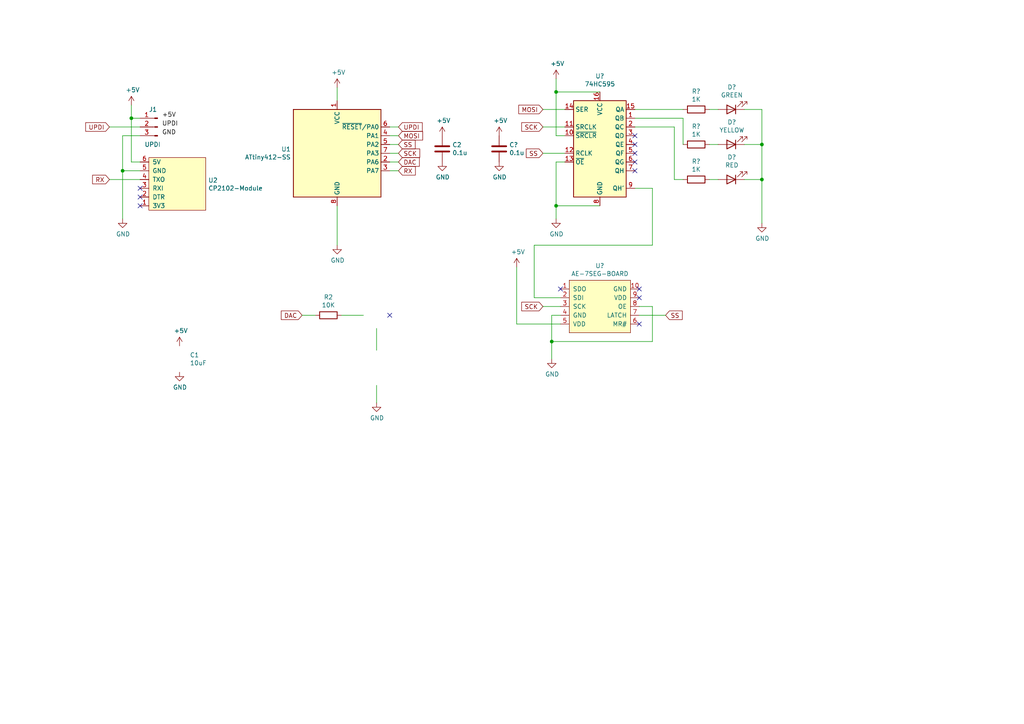
<source format=kicad_sch>
(kicad_sch (version 20211123) (generator eeschema)
  (paper "A4")
  (lib_symbols
    (symbol "74xx:74HC595"
      (property "Reference" "U" (at -7.62 13.97 0))
      (property "Value" "74HC595" (at -7.62 -16.51 0))
      (symbol "74HC595_1_0"
        (pin tri_state line (at 10.16 7.62 180) (length 2.54) (name "QB") (number "1"))
        (pin input line (at -10.16 2.54 0) (length 2.54) (name "~{SRCLR}") (number "10"))
        (pin input line (at -10.16 5.08 0) (length 2.54) (name "SRCLK") (number "11"))
        (pin input line (at -10.16 -2.54 0) (length 2.54) (name "RCLK") (number "12"))
        (pin input line (at -10.16 -5.08 0) (length 2.54) (name "~{OE}") (number "13"))
        (pin input line (at -10.16 10.16 0) (length 2.54) (name "SER") (number "14"))
        (pin tri_state line (at 10.16 10.16 180) (length 2.54) (name "QA") (number "15"))
        (pin power_in line (at 0 15.24 270) (length 2.54) (name "VCC") (number "16"))
        (pin tri_state line (at 10.16 5.08 180) (length 2.54) (name "QC") (number "2"))
        (pin tri_state line (at 10.16 2.54 180) (length 2.54) (name "QD") (number "3"))
        (pin tri_state line (at 10.16 0 180) (length 2.54) (name "QE") (number "4"))
        (pin tri_state line (at 10.16 -2.54 180) (length 2.54) (name "QF") (number "5"))
        (pin tri_state line (at 10.16 -5.08 180) (length 2.54) (name "QG") (number "6"))
        (pin tri_state line (at 10.16 -7.62 180) (length 2.54) (name "QH") (number "7"))
        (pin power_in line (at 0 -17.78 90) (length 2.54) (name "GND") (number "8"))
        (pin output line (at 10.16 -12.7 180) (length 2.54) (name "QH'") (number "9"))
      )
      (symbol "74HC595_1_1"
        (rectangle (start -7.62 12.7) (end 7.62 -15.24) (stroke (width 0.254)) (fill (type background)))
      )
    )
    (symbol "Connector:Conn_01x03_Male" (pin_names (offset 1.016) hide)
      (property "Reference" "J" (at 0 5.08 0))
      (property "Value" "Conn_01x03_Male" (at 0 -5.08 0))
      (symbol "Conn_01x03_Male_1_1"
        (polyline (pts (xy 1.27 -2.54) (xy 0.8636 -2.54)) (stroke (width 0.1524)))
        (polyline (pts (xy 1.27 0) (xy 0.8636 0)) (stroke (width 0.1524)))
        (polyline (pts (xy 1.27 2.54) (xy 0.8636 2.54)) (stroke (width 0.1524)))
        (rectangle (start 0.8636 -2.413) (end 0 -2.667) (stroke (width 0.1524)) (fill (type outline)))
        (rectangle (start 0.8636 0.127) (end 0 -0.127) (stroke (width 0.1524)) (fill (type outline)))
        (rectangle (start 0.8636 2.667) (end 0 2.413) (stroke (width 0.1524)) (fill (type outline)))
        (pin passive line (at 5.08 2.54 180) (length 3.81) (name "Pin_1") (number "1"))
        (pin passive line (at 5.08 0 180) (length 3.81) (name "Pin_2") (number "2"))
        (pin passive line (at 5.08 -2.54 180) (length 3.81) (name "Pin_3") (number "3"))
      )
    )
    (symbol "Device:C" (pin_numbers hide) (pin_names (offset 0.254))
      (property "Reference" "C" (at 0.635 2.54 0))
      (property "Value" "C" (at 0.635 -2.54 0))
      (symbol "C_0_1"
        (polyline (pts (xy -2.032 -0.762) (xy 2.032 -0.762)) (stroke (width 0.508)))
        (polyline (pts (xy -2.032 0.762) (xy 2.032 0.762)) (stroke (width 0.508)))
      )
      (symbol "C_1_1"
        (pin passive line (at 0 3.81 270) (length 2.794) (name "~") (number "1"))
        (pin passive line (at 0 -3.81 90) (length 2.794) (name "~") (number "2"))
      )
    )
    (symbol "Device:LED" (pin_numbers hide) (pin_names (offset 1.016) hide)
      (property "Reference" "D" (at 0 2.54 0))
      (property "Value" "LED" (at 0 -2.54 0))
      (symbol "LED_0_1"
        (polyline (pts (xy -1.27 -1.27) (xy -1.27 1.27)) (stroke (width 0.254)))
        (polyline (pts (xy -1.27 0) (xy 1.27 0)))
        (polyline (pts (xy 1.27 -1.27) (xy 1.27 1.27) (xy -1.27 0) (xy 1.27 -1.27)) (stroke (width 0.254)))
        (polyline (pts (xy -3.048 -0.762) (xy -4.572 -2.286) (xy -3.81 -2.286) (xy -4.572 -2.286) (xy -4.572 -1.524)))
        (polyline (pts (xy -1.778 -0.762) (xy -3.302 -2.286) (xy -2.54 -2.286) (xy -3.302 -2.286) (xy -3.302 -1.524)))
      )
      (symbol "LED_1_1"
        (pin passive line (at -3.81 0 0) (length 2.54) (name "K") (number "1"))
        (pin passive line (at 3.81 0 180) (length 2.54) (name "A") (number "2"))
      )
    )
    (symbol "Device:R" (pin_numbers hide) (pin_names (offset 0))
      (property "Reference" "R" (at 2.032 0 90))
      (property "Value" "R" (at 0 0 90))
      (symbol "R_0_1"
        (rectangle (start -1.016 -2.54) (end 1.016 2.54) (stroke (width 0.254)))
      )
      (symbol "R_1_1"
        (pin passive line (at 0 3.81 270) (length 1.27) (name "~") (number "1"))
        (pin passive line (at 0 -3.81 90) (length 1.27) (name "~") (number "2"))
      )
    )
    (symbol "MCU_Microchip_ATtiny:ATtiny412-SS"
      (property "Reference" "U" (at -12.7 13.97 0))
      (property "Value" "ATtiny412-SS" (at 2.54 -13.97 0))
      (symbol "ATtiny412-SS_0_1"
        (rectangle (start -12.7 -12.7) (end 12.7 12.7) (stroke (width 0.254)) (fill (type background)))
      )
      (symbol "ATtiny412-SS_1_1"
        (pin power_in line (at 0 15.24 270) (length 2.54) (name "VCC") (number "1"))
        (pin bidirectional line (at 15.24 -2.54 180) (length 2.54) (name "PA6") (number "2"))
        (pin bidirectional line (at 15.24 -5.08 180) (length 2.54) (name "PA7") (number "3"))
        (pin bidirectional line (at 15.24 5.08 180) (length 2.54) (name "PA1") (number "4"))
        (pin bidirectional line (at 15.24 2.54 180) (length 2.54) (name "PA2") (number "5"))
        (pin bidirectional line (at 15.24 7.62 180) (length 2.54) (name "~{RESET}/PA0") (number "6"))
        (pin bidirectional line (at 15.24 0 180) (length 2.54) (name "PA3") (number "7"))
        (pin power_in line (at 0 -15.24 90) (length 2.54) (name "GND") (number "8"))
      )
    )
    (symbol "mamemomonga:AE-7SEG-BOARD" (pin_names (offset 1.016))
      (property "Reference" "U" (at 0 -10.16 0))
      (property "Value" "AE-7SEG-BOARD" (at -1.27 10.16 0))
      (symbol "AE-7SEG-BOARD_0_1"
        (polyline (pts (xy -8.89 7.62) (xy 8.89 7.62) (xy 8.89 -7.62) (xy -8.89 -7.62) (xy -8.89 7.62)) (fill (type background)))
      )
      (symbol "AE-7SEG-BOARD_1_1"
        (pin input line (at -11.43 5.08 0) (length 2.54) (name "SDO") (number "1"))
        (pin power_in line (at 11.43 5.08 180) (length 2.54) (name "GND") (number "10"))
        (pin input line (at -11.43 2.54 0) (length 2.54) (name "SDI") (number "2"))
        (pin input line (at -11.43 0 0) (length 2.54) (name "SCK") (number "3"))
        (pin power_in line (at -11.43 -2.54 0) (length 2.54) (name "GND") (number "4"))
        (pin power_in line (at -11.43 -5.08 0) (length 2.54) (name "VDD") (number "5"))
        (pin output line (at 11.43 -5.08 180) (length 2.54) (name "MR#") (number "6"))
        (pin input line (at 11.43 -2.54 180) (length 2.54) (name "LATCH") (number "7"))
        (pin input line (at 11.43 0 180) (length 2.54) (name "OE") (number "8"))
        (pin power_in line (at 11.43 2.54 180) (length 2.54) (name "VDD") (number "9"))
      )
    )
    (symbol "mamemomonga:CP2102-Module" (pin_names (offset 1.016))
      (property "Reference" "U" (at -1.27 -12.7 0))
      (property "Value" "CP2102-Module" (at -1.27 8.89 0))
      (symbol "CP2102-Module_0_1"
        (polyline (pts (xy 6.35 6.35) (xy 6.35 -8.89) (xy -10.16 -8.89) (xy -10.16 6.35) (xy 6.35 6.35)) (fill (type background)))
      )
      (symbol "CP2102-Module_1_1"
        (pin power_out line (at 8.89 5.08 180) (length 2.54) (name "3V3") (number "1"))
        (pin output line (at 8.89 2.54 180) (length 2.54) (name "DTR") (number "2"))
        (pin input line (at 8.89 0 180) (length 2.54) (name "RXI") (number "3"))
        (pin output line (at 8.89 -2.54 180) (length 2.54) (name "TXO") (number "4"))
        (pin power_out line (at 8.89 -5.08 180) (length 2.54) (name "GND") (number "5"))
        (pin power_out line (at 8.89 -7.62 180) (length 2.54) (name "5V") (number "6"))
      )
    )
    (symbol "power:+5V" (power) (pin_names (offset 0))
      (property "Value" "+5V" (at 0 3.556 0))
      (symbol "+5V_0_1"
        (polyline (pts (xy -0.762 1.27) (xy 0 2.54)))
        (polyline (pts (xy 0 0) (xy 0 2.54)))
        (polyline (pts (xy 0 2.54) (xy 0.762 1.27)))
      )
      (symbol "+5V_1_1"
        (pin power_in line (at 0 0 90) (length 0) hide (name "+5V") (number "1"))
      )
    )
    (symbol "power:GND" (power) (pin_names (offset 0))
      (property "Value" "GND" (at 0 -3.81 0))
      (symbol "GND_0_1"
        (polyline (pts (xy 0 0) (xy 0 -1.27) (xy 1.27 -1.27) (xy 0 -2.54) (xy -1.27 -1.27) (xy 0 -1.27)))
      )
      (symbol "GND_1_1"
        (pin power_in line (at 0 0 270) (length 0) hide (name "GND") (number "1"))
      )
    )
  )
  (junction (at 161.29 59.69))
  (junction (at 161.29 26.67))
  (junction (at 160.02 99.06))
  (junction (at 38.1 34.29))
  (junction (at 220.98 52.07))
  (junction (at 35.56 49.53))
  (junction (at 220.98 41.91))
  (no_connect (at 184.15 49.53))
  (no_connect (at 184.15 46.99))
  (no_connect (at 185.42 83.82))
  (no_connect (at 40.64 54.61))
  (no_connect (at 184.15 41.91))
  (no_connect (at 162.56 83.82))
  (no_connect (at 40.64 57.15))
  (no_connect (at 113.03 91.44))
  (no_connect (at 185.42 93.98))
  (no_connect (at 184.15 44.45))
  (no_connect (at 184.15 39.37))
  (no_connect (at 40.64 59.69))
  (no_connect (at 185.42 86.36))
  (wire (pts (xy 113.03 49.53) (xy 115.57 49.53)))
  (wire (pts (xy 97.79 59.69) (xy 97.79 71.12)))
  (wire (pts (xy 38.1 46.99) (xy 38.1 34.29)))
  (wire (pts (xy 40.64 52.07) (xy 31.75 52.07)))
  (wire (pts (xy 31.75 36.83) (xy 40.64 36.83)))
  (wire (pts (xy 161.29 22.86) (xy 161.29 26.67)))
  (wire (pts (xy 162.56 91.44) (xy 160.02 91.44)))
  (wire (pts (xy 215.9 41.91) (xy 220.98 41.91)))
  (wire (pts (xy 149.86 77.47) (xy 149.86 93.98)))
  (wire (pts (xy 195.58 52.07) (xy 198.12 52.07)))
  (wire (pts (xy 157.48 31.75) (xy 163.83 31.75)))
  (wire (pts (xy 205.74 31.75) (xy 208.28 31.75)))
  (wire (pts (xy 38.1 34.29) (xy 40.64 34.29)))
  (wire (pts (xy 195.58 36.83) (xy 195.58 52.07)))
  (wire (pts (xy 184.15 34.29) (xy 198.12 34.29)))
  (wire (pts (xy 184.15 54.61) (xy 189.23 54.61)))
  (wire (pts (xy 154.94 86.36) (xy 162.56 86.36)))
  (wire (pts (xy 161.29 59.69) (xy 161.29 46.99)))
  (wire (pts (xy 38.1 34.29) (xy 38.1 30.48)))
  (wire (pts (xy 35.56 39.37) (xy 35.56 49.53)))
  (wire (pts (xy 215.9 31.75) (xy 220.98 31.75)))
  (wire (pts (xy 220.98 31.75) (xy 220.98 41.91)))
  (wire (pts (xy 113.03 36.83) (xy 115.57 36.83)))
  (wire (pts (xy 163.83 36.83) (xy 157.48 36.83)))
  (wire (pts (xy 109.22 111.76) (xy 109.22 116.84)))
  (wire (pts (xy 113.03 44.45) (xy 115.57 44.45)))
  (wire (pts (xy 113.03 41.91) (xy 115.57 41.91)))
  (wire (pts (xy 40.64 46.99) (xy 38.1 46.99)))
  (wire (pts (xy 184.15 36.83) (xy 195.58 36.83)))
  (wire (pts (xy 205.74 52.07) (xy 208.28 52.07)))
  (wire (pts (xy 205.74 41.91) (xy 208.28 41.91)))
  (wire (pts (xy 161.29 39.37) (xy 161.29 26.67)))
  (wire (pts (xy 97.79 25.4) (xy 97.79 29.21)))
  (wire (pts (xy 157.48 88.9) (xy 162.56 88.9)))
  (wire (pts (xy 149.86 93.98) (xy 162.56 93.98)))
  (wire (pts (xy 173.99 59.69) (xy 161.29 59.69)))
  (wire (pts (xy 215.9 52.07) (xy 220.98 52.07)))
  (wire (pts (xy 160.02 91.44) (xy 160.02 99.06)))
  (wire (pts (xy 40.64 49.53) (xy 35.56 49.53)))
  (wire (pts (xy 99.06 91.44) (xy 105.41 91.44)))
  (wire (pts (xy 160.02 99.06) (xy 160.02 104.14)))
  (wire (pts (xy 113.03 39.37) (xy 115.57 39.37)))
  (wire (pts (xy 189.23 88.9) (xy 189.23 99.06)))
  (wire (pts (xy 35.56 49.53) (xy 35.56 63.5)))
  (wire (pts (xy 161.29 46.99) (xy 163.83 46.99)))
  (wire (pts (xy 189.23 71.12) (xy 154.94 71.12)))
  (wire (pts (xy 161.29 59.69) (xy 161.29 63.5)))
  (wire (pts (xy 40.64 39.37) (xy 35.56 39.37)))
  (wire (pts (xy 161.29 26.67) (xy 173.99 26.67)))
  (wire (pts (xy 157.48 44.45) (xy 163.83 44.45)))
  (wire (pts (xy 185.42 88.9) (xy 189.23 88.9)))
  (wire (pts (xy 87.63 91.44) (xy 91.44 91.44)))
  (wire (pts (xy 184.15 31.75) (xy 198.12 31.75)))
  (wire (pts (xy 198.12 34.29) (xy 198.12 41.91)))
  (wire (pts (xy 109.22 95.25) (xy 109.22 101.6)))
  (wire (pts (xy 154.94 71.12) (xy 154.94 86.36)))
  (wire (pts (xy 113.03 46.99) (xy 115.57 46.99)))
  (wire (pts (xy 185.42 91.44) (xy 193.04 91.44)))
  (wire (pts (xy 220.98 52.07) (xy 220.98 64.77)))
  (wire (pts (xy 189.23 54.61) (xy 189.23 71.12)))
  (wire (pts (xy 220.98 41.91) (xy 220.98 52.07)))
  (wire (pts (xy 163.83 39.37) (xy 161.29 39.37)))
  (wire (pts (xy 189.23 99.06) (xy 160.02 99.06)))
  (label "+5V" (at 46.99 34.29 0))
  (label "UPDI" (at 46.99 36.83 0))
  (label "GND" (at 46.99 39.37 0))
  (global_label "UPDI" (shape input) (at 115.57 36.83 0) (property "シート間のリファレンス" "${INTERSHEET_REFS}" (effects hide)))
  (global_label "DAC" (shape input) (at 87.63 91.44 180) (property "シート間のリファレンス" "${INTERSHEET_REFS}" (effects hide)))
  (global_label "MOSI" (shape input) (at 157.48 31.75 180) (property "シート間のリファレンス" "${INTERSHEET_REFS}" (effects hide)))
  (global_label "RX" (shape input) (at 115.57 49.53 0) (property "シート間のリファレンス" "${INTERSHEET_REFS}" (effects hide)))
  (global_label "SCK" (shape input) (at 157.48 88.9 180) (property "シート間のリファレンス" "${INTERSHEET_REFS}" (effects hide)))
  (global_label "SCK" (shape input) (at 115.57 44.45 0) (property "シート間のリファレンス" "${INTERSHEET_REFS}" (effects hide)))
  (global_label "DAC" (shape input) (at 115.57 46.99 0) (property "シート間のリファレンス" "${INTERSHEET_REFS}" (effects hide)))
  (global_label "SS" (shape input) (at 193.04 91.44 0) (property "シート間のリファレンス" "${INTERSHEET_REFS}" (effects hide)))
  (global_label "SCK" (shape input) (at 157.48 36.83 180) (property "シート間のリファレンス" "${INTERSHEET_REFS}" (effects hide)))
  (global_label "RX" (shape input) (at 31.75 52.07 180) (property "シート間のリファレンス" "${INTERSHEET_REFS}" (effects hide)))
  (global_label "SS" (shape input) (at 157.48 44.45 180) (property "シート間のリファレンス" "${INTERSHEET_REFS}" (effects hide)))
  (global_label "SS" (shape input) (at 115.57 41.91 0) (property "シート間のリファレンス" "${INTERSHEET_REFS}" (effects hide)))
  (global_label "MOSI" (shape input) (at 115.57 39.37 0) (property "シート間のリファレンス" "${INTERSHEET_REFS}" (effects hide)))
  (global_label "UPDI" (shape input) (at 31.75 36.83 180) (property "シート間のリファレンス" "${INTERSHEET_REFS}" (effects hide)))
  (symbol (lib_id "MCU_Microchip_ATtiny:ATtiny412-SS") (at 97.79 44.45 0) (unit 1)
    (property "Reference" "U1" (at 84.3534 43.2816 0) (effects (justify right)))
    (property "Value" "ATtiny412-SS" (at 84.3534 45.593 0) (effects (justify right)))
    (property "Footprint" "Package_SO:SOIC-8_3.9x4.9mm_P1.27mm" (effects hide))
    (property "Datasheet" "http://ww1.microchip.com/downloads/en/DeviceDoc/40001911A.pdf" (effects hide))
  )
  (symbol (lib_id "Connector:Conn_01x03_Male") (at 45.72 36.83 0) (mirror y) (unit 1)
    (property "Reference" "J1" (at 43.18 31.75 0) (effects (justify right)))
    (property "Value" "UPDI" (at 41.91 41.91 0) (effects (justify right)))
  )
  (symbol (lib_id "mamemomonga:CP2102-Module") (at 49.53 54.61 180) (unit 1)
    (property "Reference" "U2" (at 60.4012 52.2986 0) (effects (justify right)))
    (property "Value" "CP2102-Module" (at 60.4012 54.61 0) (effects (justify right)))
  )
  (symbol (lib_id "Device:Amperemeter_DC") (at 109.22 106.68 0) (unit 1)
    (property "Reference" "MES1" (at 113.1062 105.5116 0) (effects (justify left)))
    (property "Value" "100uA" (at 113.1062 107.823 0) (effects (justify left)))
  )
  (symbol (lib_id "Device:R_POT") (at 109.22 91.44 90) (mirror x) (unit 1)
    (property "Reference" "RV1" (at 109.22 86.1822 90))
    (property "Value" "50K" (at 109.22 88.4936 90))
  )
  (symbol (lib_id "Device:R") (at 95.25 91.44 90) (unit 1)
    (property "Reference" "R2" (at 95.25 86.1822 90))
    (property "Value" "10K" (at 95.25 88.4936 90))
  )
  (symbol (lib_id "power:GND") (at 109.22 116.84 0) (unit 1)
    (property "Reference" "#PWR010" (effects hide))
    (property "Value" "GND" (at 109.347 121.2342 0))
  )
  (symbol (lib_id "power:+5V") (at 38.1 30.48 0) (unit 1)
    (property "Reference" "#PWR09" (effects hide))
    (property "Value" "+5V" (at 38.481 26.0858 0))
  )
  (symbol (lib_id "power:GND") (at 35.56 63.5 0) (unit 1)
    (property "Reference" "#PWR07" (effects hide))
    (property "Value" "GND" (at 35.687 67.8942 0))
  )
  (symbol (lib_id "power:GND") (at 97.79 71.12 0) (unit 1)
    (property "Reference" "#PWR04" (effects hide))
    (property "Value" "GND" (at 97.917 75.5142 0))
  )
  (symbol (lib_id "power:+5V") (at 97.79 25.4 0) (unit 1)
    (property "Reference" "#PWR03" (effects hide))
    (property "Value" "+5V" (at 98.171 21.0058 0))
  )
  (symbol (lib_id "power:+5V") (at 128.27 39.37 0) (unit 1)
    (property "Reference" "#PWR05" (effects hide))
    (property "Value" "+5V" (at 128.651 34.9758 0))
  )
  (symbol (lib_id "power:GND") (at 128.27 46.99 0) (unit 1)
    (property "Reference" "#PWR06" (effects hide))
    (property "Value" "GND" (at 128.397 51.3842 0))
  )
  (symbol (lib_id "Device:C") (at 128.27 43.18 0) (unit 1)
    (property "Reference" "C2" (at 131.191 42.0116 0) (effects (justify left)))
    (property "Value" "0.1u" (at 131.191 44.323 0) (effects (justify left)))
  )
  (symbol (lib_id "power:+5V") (at 52.07 100.33 0) (unit 1)
    (property "Reference" "#PWR01" (effects hide))
    (property "Value" "+5V" (at 52.451 95.9358 0))
  )
  (symbol (lib_id "power:GND") (at 52.07 107.95 0) (unit 1)
    (property "Reference" "#PWR02" (effects hide))
    (property "Value" "GND" (at 52.197 112.3442 0))
  )
  (symbol (lib_id "Device:CP") (at 52.07 104.14 0) (unit 1)
    (property "Reference" "C1" (at 55.0672 102.9716 0) (effects (justify left)))
    (property "Value" "10uF" (at 55.0672 105.283 0) (effects (justify left)))
  )
  (symbol (lib_id "mamemomonga:AE-7SEG-BOARD") (at 173.99 88.9 0) (unit 1)
    (property "Reference" "U?" (at 173.99 77.089 0))
    (property "Value" "AE-7SEG-BOARD" (at 173.99 79.4004 0))
  )
  (symbol (lib_id "74xx:74HC595") (at 173.99 41.91 0) (unit 1)
    (property "Reference" "U?" (at 173.99 22.0726 0))
    (property "Value" "74HC595" (at 173.99 24.384 0))
    (property "Datasheet" "http://www.ti.com/lit/ds/symlink/sn74hc595.pdf" (effects hide))
  )
  (symbol (lib_id "power:+5V") (at 161.29 22.86 0) (unit 1)
    (property "Reference" "#PWR?" (effects hide))
    (property "Value" "+5V" (at 161.671 18.4658 0))
  )
  (symbol (lib_id "power:GND") (at 161.29 63.5 0) (unit 1)
    (property "Reference" "#PWR?" (effects hide))
    (property "Value" "GND" (at 161.417 67.8942 0))
  )
  (symbol (lib_id "Device:R") (at 201.93 31.75 90) (unit 1)
    (property "Reference" "R?" (at 201.93 26.4922 90))
    (property "Value" "1K" (at 201.93 28.8036 90))
  )
  (symbol (lib_id "Device:LED") (at 212.09 31.75 180) (unit 1)
    (property "Reference" "D?" (at 212.2678 25.273 0))
    (property "Value" "GREEN" (at 212.2678 27.5844 0))
  )
  (symbol (lib_id "Device:R") (at 201.93 41.91 90) (unit 1)
    (property "Reference" "R?" (at 201.93 36.6522 90))
    (property "Value" "1K" (at 201.93 38.9636 90))
  )
  (symbol (lib_id "Device:LED") (at 212.09 41.91 180) (unit 1)
    (property "Reference" "D?" (at 212.2678 35.433 0))
    (property "Value" "YELLOW" (at 212.2678 37.7444 0))
  )
  (symbol (lib_id "Device:R") (at 201.93 52.07 90) (unit 1)
    (property "Reference" "R?" (at 201.93 46.8122 90))
    (property "Value" "1K" (at 201.93 49.1236 90))
  )
  (symbol (lib_id "Device:LED") (at 212.09 52.07 180) (unit 1)
    (property "Reference" "D?" (at 212.2678 45.593 0))
    (property "Value" "RED" (at 212.2678 47.9044 0))
  )
  (symbol (lib_id "power:GND") (at 220.98 64.77 0) (unit 1)
    (property "Reference" "#PWR?" (effects hide))
    (property "Value" "GND" (at 221.107 69.1642 0))
  )
  (symbol (lib_id "power:+5V") (at 149.86 77.47 0) (unit 1)
    (property "Reference" "#PWR?" (effects hide))
    (property "Value" "+5V" (at 150.241 73.0758 0))
  )
  (symbol (lib_id "power:GND") (at 160.02 104.14 0) (unit 1)
    (property "Reference" "#PWR?" (effects hide))
    (property "Value" "GND" (at 160.147 108.5342 0))
  )
  (symbol (lib_id "power:+5V") (at 144.78 39.37 0) (unit 1)
    (property "Reference" "#PWR?" (effects hide))
    (property "Value" "+5V" (at 145.161 34.9758 0))
  )
  (symbol (lib_id "power:GND") (at 144.78 46.99 0) (unit 1)
    (property "Reference" "#PWR?" (effects hide))
    (property "Value" "GND" (at 144.907 51.3842 0))
  )
  (symbol (lib_id "Device:C") (at 144.78 43.18 0) (unit 1)
    (property "Reference" "C?" (at 147.701 42.0116 0) (effects (justify left)))
    (property "Value" "0.1u" (at 147.701 44.323 0) (effects (justify left)))
  )
)
</source>
